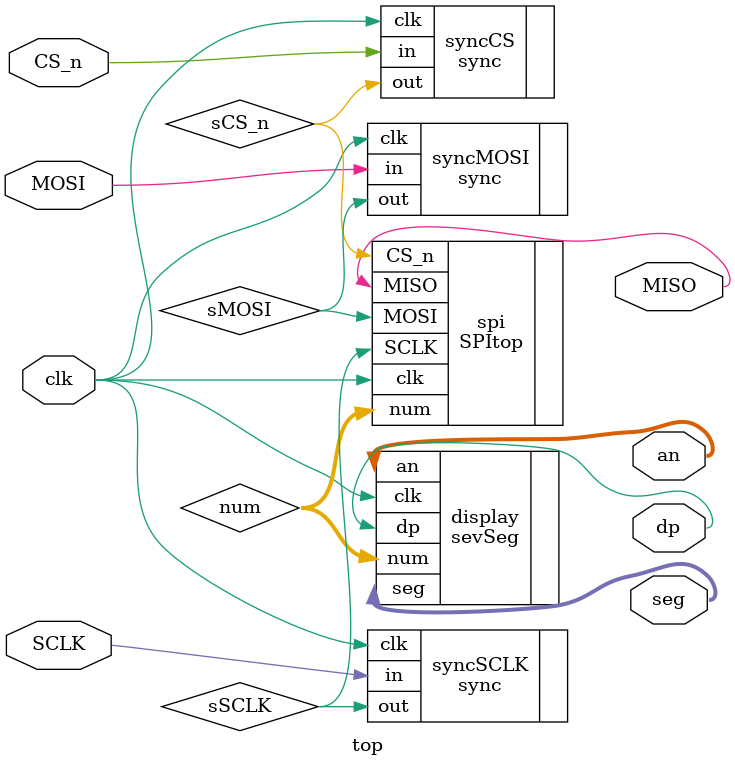
<source format=sv>
`timescale 1ns / 1ps


module top(
    input clk,
    input CS_n,
    input SCLK,
    input MOSI,
    output MISO,
    output [6:0] seg,
    output dp,
    output [3:0] an
    );

	logic [7:0] num;
	logic sCS_n, sSCLK, sMOSI;

	// Input synchronizer
	sync syncCS (
		.clk(clk),
		.in(CS_n),
		.out(sCS_n)
	);
	sync syncSCLK (
		.clk(clk),
		.in(SCLK),
		.out(sSCLK)
	);
	sync syncMOSI (
		.clk(clk),
		.in(MOSI),
		.out(sMOSI)
	);



	SPItop spi (
		.clk(clk),
		.CS_n(sCS_n),
		.SCLK(sSCLK),
		.MOSI(sMOSI),
		.MISO(MISO),
		.num(num)
	);

	// 7-segment display decoder
	sevSeg display (
		.clk(clk),
		.num(num),
		.seg(seg),
		.dp(dp),
		.an(an)
	);

endmodule

</source>
